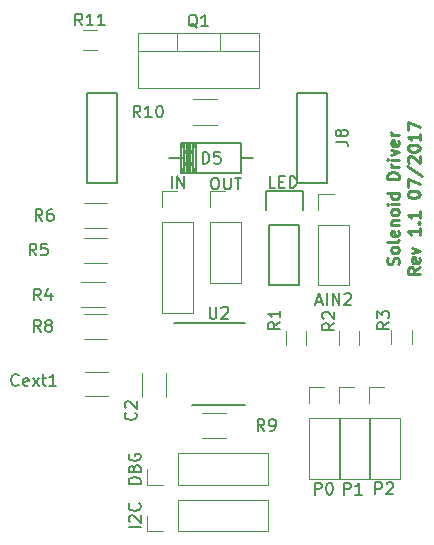
<source format=gbr>
G04 #@! TF.FileFunction,Legend,Top*
%FSLAX46Y46*%
G04 Gerber Fmt 4.6, Leading zero omitted, Abs format (unit mm)*
G04 Created by KiCad (PCBNEW 4.0.6) date Saturday, July 01, 2017 'AMt' 11:58:48 AM*
%MOMM*%
%LPD*%
G01*
G04 APERTURE LIST*
%ADD10C,0.100000*%
%ADD11C,0.250000*%
%ADD12C,0.150000*%
%ADD13C,0.120000*%
G04 APERTURE END LIST*
D10*
D11*
X230263362Y-102040629D02*
X230310981Y-101897772D01*
X230310981Y-101659676D01*
X230263362Y-101564438D01*
X230215743Y-101516819D01*
X230120505Y-101469200D01*
X230025267Y-101469200D01*
X229930029Y-101516819D01*
X229882410Y-101564438D01*
X229834790Y-101659676D01*
X229787171Y-101850153D01*
X229739552Y-101945391D01*
X229691933Y-101993010D01*
X229596695Y-102040629D01*
X229501457Y-102040629D01*
X229406219Y-101993010D01*
X229358600Y-101945391D01*
X229310981Y-101850153D01*
X229310981Y-101612057D01*
X229358600Y-101469200D01*
X230310981Y-100897772D02*
X230263362Y-100993010D01*
X230215743Y-101040629D01*
X230120505Y-101088248D01*
X229834790Y-101088248D01*
X229739552Y-101040629D01*
X229691933Y-100993010D01*
X229644314Y-100897772D01*
X229644314Y-100754914D01*
X229691933Y-100659676D01*
X229739552Y-100612057D01*
X229834790Y-100564438D01*
X230120505Y-100564438D01*
X230215743Y-100612057D01*
X230263362Y-100659676D01*
X230310981Y-100754914D01*
X230310981Y-100897772D01*
X230310981Y-99993010D02*
X230263362Y-100088248D01*
X230168124Y-100135867D01*
X229310981Y-100135867D01*
X230263362Y-99231104D02*
X230310981Y-99326342D01*
X230310981Y-99516819D01*
X230263362Y-99612057D01*
X230168124Y-99659676D01*
X229787171Y-99659676D01*
X229691933Y-99612057D01*
X229644314Y-99516819D01*
X229644314Y-99326342D01*
X229691933Y-99231104D01*
X229787171Y-99183485D01*
X229882410Y-99183485D01*
X229977648Y-99659676D01*
X229644314Y-98754914D02*
X230310981Y-98754914D01*
X229739552Y-98754914D02*
X229691933Y-98707295D01*
X229644314Y-98612057D01*
X229644314Y-98469199D01*
X229691933Y-98373961D01*
X229787171Y-98326342D01*
X230310981Y-98326342D01*
X230310981Y-97707295D02*
X230263362Y-97802533D01*
X230215743Y-97850152D01*
X230120505Y-97897771D01*
X229834790Y-97897771D01*
X229739552Y-97850152D01*
X229691933Y-97802533D01*
X229644314Y-97707295D01*
X229644314Y-97564437D01*
X229691933Y-97469199D01*
X229739552Y-97421580D01*
X229834790Y-97373961D01*
X230120505Y-97373961D01*
X230215743Y-97421580D01*
X230263362Y-97469199D01*
X230310981Y-97564437D01*
X230310981Y-97707295D01*
X230310981Y-96945390D02*
X229644314Y-96945390D01*
X229310981Y-96945390D02*
X229358600Y-96993009D01*
X229406219Y-96945390D01*
X229358600Y-96897771D01*
X229310981Y-96945390D01*
X229406219Y-96945390D01*
X230310981Y-96040628D02*
X229310981Y-96040628D01*
X230263362Y-96040628D02*
X230310981Y-96135866D01*
X230310981Y-96326343D01*
X230263362Y-96421581D01*
X230215743Y-96469200D01*
X230120505Y-96516819D01*
X229834790Y-96516819D01*
X229739552Y-96469200D01*
X229691933Y-96421581D01*
X229644314Y-96326343D01*
X229644314Y-96135866D01*
X229691933Y-96040628D01*
X230310981Y-94802533D02*
X229310981Y-94802533D01*
X229310981Y-94564438D01*
X229358600Y-94421580D01*
X229453838Y-94326342D01*
X229549076Y-94278723D01*
X229739552Y-94231104D01*
X229882410Y-94231104D01*
X230072886Y-94278723D01*
X230168124Y-94326342D01*
X230263362Y-94421580D01*
X230310981Y-94564438D01*
X230310981Y-94802533D01*
X230310981Y-93802533D02*
X229644314Y-93802533D01*
X229834790Y-93802533D02*
X229739552Y-93754914D01*
X229691933Y-93707295D01*
X229644314Y-93612057D01*
X229644314Y-93516818D01*
X230310981Y-93183485D02*
X229644314Y-93183485D01*
X229310981Y-93183485D02*
X229358600Y-93231104D01*
X229406219Y-93183485D01*
X229358600Y-93135866D01*
X229310981Y-93183485D01*
X229406219Y-93183485D01*
X229644314Y-92802533D02*
X230310981Y-92564438D01*
X229644314Y-92326342D01*
X230263362Y-91564437D02*
X230310981Y-91659675D01*
X230310981Y-91850152D01*
X230263362Y-91945390D01*
X230168124Y-91993009D01*
X229787171Y-91993009D01*
X229691933Y-91945390D01*
X229644314Y-91850152D01*
X229644314Y-91659675D01*
X229691933Y-91564437D01*
X229787171Y-91516818D01*
X229882410Y-91516818D01*
X229977648Y-91993009D01*
X230310981Y-91088247D02*
X229644314Y-91088247D01*
X229834790Y-91088247D02*
X229739552Y-91040628D01*
X229691933Y-90993009D01*
X229644314Y-90897771D01*
X229644314Y-90802532D01*
X232060981Y-102302533D02*
X231584790Y-102635867D01*
X232060981Y-102873962D02*
X231060981Y-102873962D01*
X231060981Y-102493009D01*
X231108600Y-102397771D01*
X231156219Y-102350152D01*
X231251457Y-102302533D01*
X231394314Y-102302533D01*
X231489552Y-102350152D01*
X231537171Y-102397771D01*
X231584790Y-102493009D01*
X231584790Y-102873962D01*
X232013362Y-101493009D02*
X232060981Y-101588247D01*
X232060981Y-101778724D01*
X232013362Y-101873962D01*
X231918124Y-101921581D01*
X231537171Y-101921581D01*
X231441933Y-101873962D01*
X231394314Y-101778724D01*
X231394314Y-101588247D01*
X231441933Y-101493009D01*
X231537171Y-101445390D01*
X231632410Y-101445390D01*
X231727648Y-101921581D01*
X231394314Y-101112057D02*
X232060981Y-100873962D01*
X231394314Y-100635866D01*
X232060981Y-98969199D02*
X232060981Y-99540628D01*
X232060981Y-99254914D02*
X231060981Y-99254914D01*
X231203838Y-99350152D01*
X231299076Y-99445390D01*
X231346695Y-99540628D01*
X231965743Y-98540628D02*
X232013362Y-98493009D01*
X232060981Y-98540628D01*
X232013362Y-98588247D01*
X231965743Y-98540628D01*
X232060981Y-98540628D01*
X232060981Y-97540628D02*
X232060981Y-98112057D01*
X232060981Y-97826343D02*
X231060981Y-97826343D01*
X231203838Y-97921581D01*
X231299076Y-98016819D01*
X231346695Y-98112057D01*
X231060981Y-96159676D02*
X231060981Y-96064437D01*
X231108600Y-95969199D01*
X231156219Y-95921580D01*
X231251457Y-95873961D01*
X231441933Y-95826342D01*
X231680029Y-95826342D01*
X231870505Y-95873961D01*
X231965743Y-95921580D01*
X232013362Y-95969199D01*
X232060981Y-96064437D01*
X232060981Y-96159676D01*
X232013362Y-96254914D01*
X231965743Y-96302533D01*
X231870505Y-96350152D01*
X231680029Y-96397771D01*
X231441933Y-96397771D01*
X231251457Y-96350152D01*
X231156219Y-96302533D01*
X231108600Y-96254914D01*
X231060981Y-96159676D01*
X231060981Y-95493009D02*
X231060981Y-94826342D01*
X232060981Y-95254914D01*
X231013362Y-93731104D02*
X232299076Y-94588247D01*
X231156219Y-93445390D02*
X231108600Y-93397771D01*
X231060981Y-93302533D01*
X231060981Y-93064437D01*
X231108600Y-92969199D01*
X231156219Y-92921580D01*
X231251457Y-92873961D01*
X231346695Y-92873961D01*
X231489552Y-92921580D01*
X232060981Y-93493009D01*
X232060981Y-92873961D01*
X231060981Y-92254914D02*
X231060981Y-92159675D01*
X231108600Y-92064437D01*
X231156219Y-92016818D01*
X231251457Y-91969199D01*
X231441933Y-91921580D01*
X231680029Y-91921580D01*
X231870505Y-91969199D01*
X231965743Y-92016818D01*
X232013362Y-92064437D01*
X232060981Y-92159675D01*
X232060981Y-92254914D01*
X232013362Y-92350152D01*
X231965743Y-92397771D01*
X231870505Y-92445390D01*
X231680029Y-92493009D01*
X231441933Y-92493009D01*
X231251457Y-92445390D01*
X231156219Y-92397771D01*
X231108600Y-92350152D01*
X231060981Y-92254914D01*
X232060981Y-90969199D02*
X232060981Y-91540628D01*
X232060981Y-91254914D02*
X231060981Y-91254914D01*
X231203838Y-91350152D01*
X231299076Y-91445390D01*
X231346695Y-91540628D01*
X231060981Y-90635866D02*
X231060981Y-89969199D01*
X232060981Y-90397771D01*
D12*
X212815000Y-113944000D02*
X217265000Y-113944000D01*
X211290000Y-107044000D02*
X217265000Y-107044000D01*
D13*
X208580800Y-111236000D02*
X208580800Y-113236000D01*
X210620800Y-113236000D02*
X210620800Y-111236000D01*
X203692000Y-113161000D02*
X205692000Y-113161000D01*
X205692000Y-111121000D02*
X203692000Y-111121000D01*
D12*
X216916000Y-93037660D02*
X217932000Y-93037660D01*
X212090000Y-93037660D02*
X210820000Y-93037660D01*
X212344000Y-91767660D02*
X212344000Y-94307660D01*
X212598000Y-91767660D02*
X212598000Y-94307660D01*
X212852000Y-91767660D02*
X212852000Y-94307660D01*
X212090000Y-91767660D02*
X212090000Y-94307660D01*
X213106000Y-91767660D02*
X211836000Y-94307660D01*
X211836000Y-91767660D02*
X213106000Y-94307660D01*
X213106000Y-91767660D02*
X213106000Y-94307660D01*
X212471000Y-91767660D02*
X212471000Y-94307660D01*
X211836000Y-94307660D02*
X211836000Y-91767660D01*
X211836000Y-91767660D02*
X216916000Y-91767660D01*
X216916000Y-91767660D02*
X216916000Y-94307660D01*
X216916000Y-94307660D02*
X211836000Y-94307660D01*
D13*
X223460000Y-98679000D02*
X223460000Y-103819000D01*
X223460000Y-103819000D02*
X226120000Y-103819000D01*
X226120000Y-103819000D02*
X226120000Y-98679000D01*
X226120000Y-98679000D02*
X223460000Y-98679000D01*
X223460000Y-97409000D02*
X223460000Y-96079000D01*
X223460000Y-96079000D02*
X224790000Y-96079000D01*
X222672600Y-115062000D02*
X222672600Y-120202000D01*
X222672600Y-120202000D02*
X225332600Y-120202000D01*
X225332600Y-120202000D02*
X225332600Y-115062000D01*
X225332600Y-115062000D02*
X222672600Y-115062000D01*
X222672600Y-113792000D02*
X222672600Y-112462000D01*
X222672600Y-112462000D02*
X224002600Y-112462000D01*
X225212600Y-115062000D02*
X225212600Y-120202000D01*
X225212600Y-120202000D02*
X227872600Y-120202000D01*
X227872600Y-120202000D02*
X227872600Y-115062000D01*
X227872600Y-115062000D02*
X225212600Y-115062000D01*
X225212600Y-113792000D02*
X225212600Y-112462000D01*
X225212600Y-112462000D02*
X226542600Y-112462000D01*
X227752600Y-115062000D02*
X227752600Y-120202000D01*
X227752600Y-120202000D02*
X230412600Y-120202000D01*
X230412600Y-120202000D02*
X230412600Y-115062000D01*
X230412600Y-115062000D02*
X227752600Y-115062000D01*
X227752600Y-113792000D02*
X227752600Y-112462000D01*
X227752600Y-112462000D02*
X229082600Y-112462000D01*
X214290600Y-98450400D02*
X214290600Y-103590400D01*
X214290600Y-103590400D02*
X216950600Y-103590400D01*
X216950600Y-103590400D02*
X216950600Y-98450400D01*
X216950600Y-98450400D02*
X214290600Y-98450400D01*
X214290600Y-97180400D02*
X214290600Y-95850400D01*
X214290600Y-95850400D02*
X215620600Y-95850400D01*
X210226600Y-98450400D02*
X210226600Y-106130400D01*
X210226600Y-106130400D02*
X212886600Y-106130400D01*
X212886600Y-106130400D02*
X212886600Y-98450400D01*
X212886600Y-98450400D02*
X210226600Y-98450400D01*
X210226600Y-97180400D02*
X210226600Y-95850400D01*
X210226600Y-95850400D02*
X211556600Y-95850400D01*
D12*
X219329000Y-98679000D02*
X219329000Y-103759000D01*
X219329000Y-103759000D02*
X221869000Y-103759000D01*
X221869000Y-103759000D02*
X221869000Y-98679000D01*
X222149000Y-95859000D02*
X222149000Y-97409000D01*
X221869000Y-98679000D02*
X219329000Y-98679000D01*
X219049000Y-97409000D02*
X219049000Y-95859000D01*
X219049000Y-95859000D02*
X222149000Y-95859000D01*
X221694200Y-87503000D02*
X224234200Y-87503000D01*
X224234200Y-87503000D02*
X224234200Y-95123000D01*
X224234200Y-95123000D02*
X221694200Y-95123000D01*
X221694200Y-95123000D02*
X221694200Y-87503000D01*
X203914200Y-87503000D02*
X206454200Y-87503000D01*
X206454200Y-87503000D02*
X206454200Y-95123000D01*
X206454200Y-95123000D02*
X203914200Y-95123000D01*
X203914200Y-95123000D02*
X203914200Y-87503000D01*
D13*
X211582000Y-124647000D02*
X219262000Y-124647000D01*
X219262000Y-124647000D02*
X219262000Y-121987000D01*
X219262000Y-121987000D02*
X211582000Y-121987000D01*
X211582000Y-121987000D02*
X211582000Y-124647000D01*
X210312000Y-124647000D02*
X208982000Y-124647000D01*
X208982000Y-124647000D02*
X208982000Y-123317000D01*
X211582000Y-120710000D02*
X219262000Y-120710000D01*
X219262000Y-120710000D02*
X219262000Y-118050000D01*
X219262000Y-118050000D02*
X211582000Y-118050000D01*
X211582000Y-118050000D02*
X211582000Y-120710000D01*
X210312000Y-120710000D02*
X208982000Y-120710000D01*
X208982000Y-120710000D02*
X208982000Y-119380000D01*
X208214600Y-82444600D02*
X218454600Y-82444600D01*
X208214600Y-87085600D02*
X218454600Y-87085600D01*
X208214600Y-82444600D02*
X208214600Y-87085600D01*
X218454600Y-82444600D02*
X218454600Y-87085600D01*
X208214600Y-83954600D02*
X218454600Y-83954600D01*
X211484600Y-82444600D02*
X211484600Y-83954600D01*
X215185600Y-82444600D02*
X215185600Y-83954600D01*
X220709600Y-108851000D02*
X220709600Y-107651000D01*
X222469600Y-107651000D02*
X222469600Y-108851000D01*
X225205400Y-108858600D02*
X225205400Y-107658600D01*
X226965400Y-107658600D02*
X226965400Y-108858600D01*
X229675800Y-108825600D02*
X229675800Y-107625600D01*
X231435800Y-107625600D02*
X231435800Y-108825600D01*
X205425800Y-105667200D02*
X203425800Y-105667200D01*
X203425800Y-103527200D02*
X205425800Y-103527200D01*
X205629000Y-101958800D02*
X203629000Y-101958800D01*
X203629000Y-99818800D02*
X205629000Y-99818800D01*
X205629000Y-98961600D02*
X203629000Y-98961600D01*
X203629000Y-96821600D02*
X205629000Y-96821600D01*
X205629000Y-108385000D02*
X203629000Y-108385000D01*
X203629000Y-106245000D02*
X205629000Y-106245000D01*
X215662000Y-116767000D02*
X213662000Y-116767000D01*
X213662000Y-114627000D02*
X215662000Y-114627000D01*
X212912200Y-88084000D02*
X214912200Y-88084000D01*
X214912200Y-90224000D02*
X212912200Y-90224000D01*
X204736000Y-83938000D02*
X203536000Y-83938000D01*
X203536000Y-82178000D02*
X204736000Y-82178000D01*
D12*
X214278095Y-105646381D02*
X214278095Y-106455905D01*
X214325714Y-106551143D01*
X214373333Y-106598762D01*
X214468571Y-106646381D01*
X214659048Y-106646381D01*
X214754286Y-106598762D01*
X214801905Y-106551143D01*
X214849524Y-106455905D01*
X214849524Y-105646381D01*
X215278095Y-105741619D02*
X215325714Y-105694000D01*
X215420952Y-105646381D01*
X215659048Y-105646381D01*
X215754286Y-105694000D01*
X215801905Y-105741619D01*
X215849524Y-105836857D01*
X215849524Y-105932095D01*
X215801905Y-106074952D01*
X215230476Y-106646381D01*
X215849524Y-106646381D01*
X208002143Y-114593666D02*
X208049762Y-114641285D01*
X208097381Y-114784142D01*
X208097381Y-114879380D01*
X208049762Y-115022238D01*
X207954524Y-115117476D01*
X207859286Y-115165095D01*
X207668810Y-115212714D01*
X207525952Y-115212714D01*
X207335476Y-115165095D01*
X207240238Y-115117476D01*
X207145000Y-115022238D01*
X207097381Y-114879380D01*
X207097381Y-114784142D01*
X207145000Y-114641285D01*
X207192619Y-114593666D01*
X207192619Y-114212714D02*
X207145000Y-114165095D01*
X207097381Y-114069857D01*
X207097381Y-113831761D01*
X207145000Y-113736523D01*
X207192619Y-113688904D01*
X207287857Y-113641285D01*
X207383095Y-113641285D01*
X207525952Y-113688904D01*
X208097381Y-114260333D01*
X208097381Y-113641285D01*
X198104286Y-112244143D02*
X198056667Y-112291762D01*
X197913810Y-112339381D01*
X197818572Y-112339381D01*
X197675714Y-112291762D01*
X197580476Y-112196524D01*
X197532857Y-112101286D01*
X197485238Y-111910810D01*
X197485238Y-111767952D01*
X197532857Y-111577476D01*
X197580476Y-111482238D01*
X197675714Y-111387000D01*
X197818572Y-111339381D01*
X197913810Y-111339381D01*
X198056667Y-111387000D01*
X198104286Y-111434619D01*
X198913810Y-112291762D02*
X198818572Y-112339381D01*
X198628095Y-112339381D01*
X198532857Y-112291762D01*
X198485238Y-112196524D01*
X198485238Y-111815571D01*
X198532857Y-111720333D01*
X198628095Y-111672714D01*
X198818572Y-111672714D01*
X198913810Y-111720333D01*
X198961429Y-111815571D01*
X198961429Y-111910810D01*
X198485238Y-112006048D01*
X199294762Y-112339381D02*
X199818572Y-111672714D01*
X199294762Y-111672714D02*
X199818572Y-112339381D01*
X200056667Y-111672714D02*
X200437619Y-111672714D01*
X200199524Y-111339381D02*
X200199524Y-112196524D01*
X200247143Y-112291762D01*
X200342381Y-112339381D01*
X200437619Y-112339381D01*
X201294763Y-112339381D02*
X200723334Y-112339381D01*
X201009048Y-112339381D02*
X201009048Y-111339381D01*
X200913810Y-111482238D01*
X200818572Y-111577476D01*
X200723334Y-111625095D01*
X213688705Y-93517981D02*
X213688705Y-92517981D01*
X213926800Y-92517981D01*
X214069658Y-92565600D01*
X214164896Y-92660838D01*
X214212515Y-92756076D01*
X214260134Y-92946552D01*
X214260134Y-93089410D01*
X214212515Y-93279886D01*
X214164896Y-93375124D01*
X214069658Y-93470362D01*
X213926800Y-93517981D01*
X213688705Y-93517981D01*
X215164896Y-92517981D02*
X214688705Y-92517981D01*
X214641086Y-92994171D01*
X214688705Y-92946552D01*
X214783943Y-92898933D01*
X215022039Y-92898933D01*
X215117277Y-92946552D01*
X215164896Y-92994171D01*
X215212515Y-93089410D01*
X215212515Y-93327505D01*
X215164896Y-93422743D01*
X215117277Y-93470362D01*
X215022039Y-93517981D01*
X214783943Y-93517981D01*
X214688705Y-93470362D01*
X214641086Y-93422743D01*
X223313810Y-105195667D02*
X223790001Y-105195667D01*
X223218572Y-105481381D02*
X223551905Y-104481381D01*
X223885239Y-105481381D01*
X224218572Y-105481381D02*
X224218572Y-104481381D01*
X224694762Y-105481381D02*
X224694762Y-104481381D01*
X225266191Y-105481381D01*
X225266191Y-104481381D01*
X225694762Y-104576619D02*
X225742381Y-104529000D01*
X225837619Y-104481381D01*
X226075715Y-104481381D01*
X226170953Y-104529000D01*
X226218572Y-104576619D01*
X226266191Y-104671857D01*
X226266191Y-104767095D01*
X226218572Y-104909952D01*
X225647143Y-105481381D01*
X226266191Y-105481381D01*
X223188305Y-121534181D02*
X223188305Y-120534181D01*
X223569258Y-120534181D01*
X223664496Y-120581800D01*
X223712115Y-120629419D01*
X223759734Y-120724657D01*
X223759734Y-120867514D01*
X223712115Y-120962752D01*
X223664496Y-121010371D01*
X223569258Y-121057990D01*
X223188305Y-121057990D01*
X224378781Y-120534181D02*
X224474020Y-120534181D01*
X224569258Y-120581800D01*
X224616877Y-120629419D01*
X224664496Y-120724657D01*
X224712115Y-120915133D01*
X224712115Y-121153229D01*
X224664496Y-121343705D01*
X224616877Y-121438943D01*
X224569258Y-121486562D01*
X224474020Y-121534181D01*
X224378781Y-121534181D01*
X224283543Y-121486562D01*
X224235924Y-121438943D01*
X224188305Y-121343705D01*
X224140686Y-121153229D01*
X224140686Y-120915133D01*
X224188305Y-120724657D01*
X224235924Y-120629419D01*
X224283543Y-120581800D01*
X224378781Y-120534181D01*
X225677505Y-121534181D02*
X225677505Y-120534181D01*
X226058458Y-120534181D01*
X226153696Y-120581800D01*
X226201315Y-120629419D01*
X226248934Y-120724657D01*
X226248934Y-120867514D01*
X226201315Y-120962752D01*
X226153696Y-121010371D01*
X226058458Y-121057990D01*
X225677505Y-121057990D01*
X227201315Y-121534181D02*
X226629886Y-121534181D01*
X226915600Y-121534181D02*
X226915600Y-120534181D01*
X226820362Y-120677038D01*
X226725124Y-120772276D01*
X226629886Y-120819895D01*
X228319105Y-121508781D02*
X228319105Y-120508781D01*
X228700058Y-120508781D01*
X228795296Y-120556400D01*
X228842915Y-120604019D01*
X228890534Y-120699257D01*
X228890534Y-120842114D01*
X228842915Y-120937352D01*
X228795296Y-120984971D01*
X228700058Y-121032590D01*
X228319105Y-121032590D01*
X229271486Y-120604019D02*
X229319105Y-120556400D01*
X229414343Y-120508781D01*
X229652439Y-120508781D01*
X229747677Y-120556400D01*
X229795296Y-120604019D01*
X229842915Y-120699257D01*
X229842915Y-120794495D01*
X229795296Y-120937352D01*
X229223867Y-121508781D01*
X229842915Y-121508781D01*
X214646000Y-94702381D02*
X214836477Y-94702381D01*
X214931715Y-94750000D01*
X215026953Y-94845238D01*
X215074572Y-95035714D01*
X215074572Y-95369048D01*
X215026953Y-95559524D01*
X214931715Y-95654762D01*
X214836477Y-95702381D01*
X214646000Y-95702381D01*
X214550762Y-95654762D01*
X214455524Y-95559524D01*
X214407905Y-95369048D01*
X214407905Y-95035714D01*
X214455524Y-94845238D01*
X214550762Y-94750000D01*
X214646000Y-94702381D01*
X215503143Y-94702381D02*
X215503143Y-95511905D01*
X215550762Y-95607143D01*
X215598381Y-95654762D01*
X215693619Y-95702381D01*
X215884096Y-95702381D01*
X215979334Y-95654762D01*
X216026953Y-95607143D01*
X216074572Y-95511905D01*
X216074572Y-94702381D01*
X216407905Y-94702381D02*
X216979334Y-94702381D01*
X216693619Y-95702381D02*
X216693619Y-94702381D01*
X211058191Y-95575381D02*
X211058191Y-94575381D01*
X211534381Y-95575381D02*
X211534381Y-94575381D01*
X212105810Y-95575381D01*
X212105810Y-94575381D01*
X219829143Y-95575381D02*
X219352952Y-95575381D01*
X219352952Y-94575381D01*
X220162476Y-95051571D02*
X220495810Y-95051571D01*
X220638667Y-95575381D02*
X220162476Y-95575381D01*
X220162476Y-94575381D01*
X220638667Y-94575381D01*
X221067238Y-95575381D02*
X221067238Y-94575381D01*
X221305333Y-94575381D01*
X221448191Y-94623000D01*
X221543429Y-94718238D01*
X221591048Y-94813476D01*
X221638667Y-95003952D01*
X221638667Y-95146810D01*
X221591048Y-95337286D01*
X221543429Y-95432524D01*
X221448191Y-95527762D01*
X221305333Y-95575381D01*
X221067238Y-95575381D01*
X224956581Y-91646333D02*
X225670867Y-91646333D01*
X225813724Y-91693953D01*
X225908962Y-91789191D01*
X225956581Y-91932048D01*
X225956581Y-92027286D01*
X225385152Y-91027286D02*
X225337533Y-91122524D01*
X225289914Y-91170143D01*
X225194676Y-91217762D01*
X225147057Y-91217762D01*
X225051819Y-91170143D01*
X225004200Y-91122524D01*
X224956581Y-91027286D01*
X224956581Y-90836809D01*
X225004200Y-90741571D01*
X225051819Y-90693952D01*
X225147057Y-90646333D01*
X225194676Y-90646333D01*
X225289914Y-90693952D01*
X225337533Y-90741571D01*
X225385152Y-90836809D01*
X225385152Y-91027286D01*
X225432771Y-91122524D01*
X225480390Y-91170143D01*
X225575629Y-91217762D01*
X225766105Y-91217762D01*
X225861343Y-91170143D01*
X225908962Y-91122524D01*
X225956581Y-91027286D01*
X225956581Y-90836809D01*
X225908962Y-90741571D01*
X225861343Y-90693952D01*
X225766105Y-90646333D01*
X225575629Y-90646333D01*
X225480390Y-90693952D01*
X225432771Y-90741571D01*
X225385152Y-90836809D01*
X208434381Y-124293190D02*
X207434381Y-124293190D01*
X207529619Y-123864619D02*
X207482000Y-123817000D01*
X207434381Y-123721762D01*
X207434381Y-123483666D01*
X207482000Y-123388428D01*
X207529619Y-123340809D01*
X207624857Y-123293190D01*
X207720095Y-123293190D01*
X207862952Y-123340809D01*
X208434381Y-123912238D01*
X208434381Y-123293190D01*
X208339143Y-122293190D02*
X208386762Y-122340809D01*
X208434381Y-122483666D01*
X208434381Y-122578904D01*
X208386762Y-122721762D01*
X208291524Y-122817000D01*
X208196286Y-122864619D01*
X208005810Y-122912238D01*
X207862952Y-122912238D01*
X207672476Y-122864619D01*
X207577238Y-122817000D01*
X207482000Y-122721762D01*
X207434381Y-122578904D01*
X207434381Y-122483666D01*
X207482000Y-122340809D01*
X207529619Y-122293190D01*
X208434381Y-120641905D02*
X207434381Y-120641905D01*
X207434381Y-120403810D01*
X207482000Y-120260952D01*
X207577238Y-120165714D01*
X207672476Y-120118095D01*
X207862952Y-120070476D01*
X208005810Y-120070476D01*
X208196286Y-120118095D01*
X208291524Y-120165714D01*
X208386762Y-120260952D01*
X208434381Y-120403810D01*
X208434381Y-120641905D01*
X207910571Y-119308571D02*
X207958190Y-119165714D01*
X208005810Y-119118095D01*
X208101048Y-119070476D01*
X208243905Y-119070476D01*
X208339143Y-119118095D01*
X208386762Y-119165714D01*
X208434381Y-119260952D01*
X208434381Y-119641905D01*
X207434381Y-119641905D01*
X207434381Y-119308571D01*
X207482000Y-119213333D01*
X207529619Y-119165714D01*
X207624857Y-119118095D01*
X207720095Y-119118095D01*
X207815333Y-119165714D01*
X207862952Y-119213333D01*
X207910571Y-119308571D01*
X207910571Y-119641905D01*
X207482000Y-118118095D02*
X207434381Y-118213333D01*
X207434381Y-118356190D01*
X207482000Y-118499048D01*
X207577238Y-118594286D01*
X207672476Y-118641905D01*
X207862952Y-118689524D01*
X208005810Y-118689524D01*
X208196286Y-118641905D01*
X208291524Y-118594286D01*
X208386762Y-118499048D01*
X208434381Y-118356190D01*
X208434381Y-118260952D01*
X208386762Y-118118095D01*
X208339143Y-118070476D01*
X208005810Y-118070476D01*
X208005810Y-118260952D01*
X213239362Y-81992219D02*
X213144124Y-81944600D01*
X213048886Y-81849362D01*
X212906029Y-81706505D01*
X212810790Y-81658886D01*
X212715552Y-81658886D01*
X212763171Y-81896981D02*
X212667933Y-81849362D01*
X212572695Y-81754124D01*
X212525076Y-81563648D01*
X212525076Y-81230314D01*
X212572695Y-81039838D01*
X212667933Y-80944600D01*
X212763171Y-80896981D01*
X212953648Y-80896981D01*
X213048886Y-80944600D01*
X213144124Y-81039838D01*
X213191743Y-81230314D01*
X213191743Y-81563648D01*
X213144124Y-81754124D01*
X213048886Y-81849362D01*
X212953648Y-81896981D01*
X212763171Y-81896981D01*
X214144124Y-81896981D02*
X213572695Y-81896981D01*
X213858409Y-81896981D02*
X213858409Y-80896981D01*
X213763171Y-81039838D01*
X213667933Y-81135076D01*
X213572695Y-81182695D01*
X220238581Y-106922866D02*
X219762390Y-107256200D01*
X220238581Y-107494295D02*
X219238581Y-107494295D01*
X219238581Y-107113342D01*
X219286200Y-107018104D01*
X219333819Y-106970485D01*
X219429057Y-106922866D01*
X219571914Y-106922866D01*
X219667152Y-106970485D01*
X219714771Y-107018104D01*
X219762390Y-107113342D01*
X219762390Y-107494295D01*
X220238581Y-105970485D02*
X220238581Y-106541914D01*
X220238581Y-106256200D02*
X219238581Y-106256200D01*
X219381438Y-106351438D01*
X219476676Y-106446676D01*
X219524295Y-106541914D01*
X224835981Y-107024466D02*
X224359790Y-107357800D01*
X224835981Y-107595895D02*
X223835981Y-107595895D01*
X223835981Y-107214942D01*
X223883600Y-107119704D01*
X223931219Y-107072085D01*
X224026457Y-107024466D01*
X224169314Y-107024466D01*
X224264552Y-107072085D01*
X224312171Y-107119704D01*
X224359790Y-107214942D01*
X224359790Y-107595895D01*
X223931219Y-106643514D02*
X223883600Y-106595895D01*
X223835981Y-106500657D01*
X223835981Y-106262561D01*
X223883600Y-106167323D01*
X223931219Y-106119704D01*
X224026457Y-106072085D01*
X224121695Y-106072085D01*
X224264552Y-106119704D01*
X224835981Y-106691133D01*
X224835981Y-106072085D01*
X229458781Y-106948266D02*
X228982590Y-107281600D01*
X229458781Y-107519695D02*
X228458781Y-107519695D01*
X228458781Y-107138742D01*
X228506400Y-107043504D01*
X228554019Y-106995885D01*
X228649257Y-106948266D01*
X228792114Y-106948266D01*
X228887352Y-106995885D01*
X228934971Y-107043504D01*
X228982590Y-107138742D01*
X228982590Y-107519695D01*
X228458781Y-106614933D02*
X228458781Y-105995885D01*
X228839733Y-106329219D01*
X228839733Y-106186361D01*
X228887352Y-106091123D01*
X228934971Y-106043504D01*
X229030210Y-105995885D01*
X229268305Y-105995885D01*
X229363543Y-106043504D01*
X229411162Y-106091123D01*
X229458781Y-106186361D01*
X229458781Y-106472076D01*
X229411162Y-106567314D01*
X229363543Y-106614933D01*
X199985334Y-105100381D02*
X199652000Y-104624190D01*
X199413905Y-105100381D02*
X199413905Y-104100381D01*
X199794858Y-104100381D01*
X199890096Y-104148000D01*
X199937715Y-104195619D01*
X199985334Y-104290857D01*
X199985334Y-104433714D01*
X199937715Y-104528952D01*
X199890096Y-104576571D01*
X199794858Y-104624190D01*
X199413905Y-104624190D01*
X200842477Y-104433714D02*
X200842477Y-105100381D01*
X200604381Y-104052762D02*
X200366286Y-104767048D01*
X200985334Y-104767048D01*
X199604334Y-101290381D02*
X199271000Y-100814190D01*
X199032905Y-101290381D02*
X199032905Y-100290381D01*
X199413858Y-100290381D01*
X199509096Y-100338000D01*
X199556715Y-100385619D01*
X199604334Y-100480857D01*
X199604334Y-100623714D01*
X199556715Y-100718952D01*
X199509096Y-100766571D01*
X199413858Y-100814190D01*
X199032905Y-100814190D01*
X200509096Y-100290381D02*
X200032905Y-100290381D01*
X199985286Y-100766571D01*
X200032905Y-100718952D01*
X200128143Y-100671333D01*
X200366239Y-100671333D01*
X200461477Y-100718952D01*
X200509096Y-100766571D01*
X200556715Y-100861810D01*
X200556715Y-101099905D01*
X200509096Y-101195143D01*
X200461477Y-101242762D01*
X200366239Y-101290381D01*
X200128143Y-101290381D01*
X200032905Y-101242762D01*
X199985286Y-101195143D01*
X200112334Y-98369381D02*
X199779000Y-97893190D01*
X199540905Y-98369381D02*
X199540905Y-97369381D01*
X199921858Y-97369381D01*
X200017096Y-97417000D01*
X200064715Y-97464619D01*
X200112334Y-97559857D01*
X200112334Y-97702714D01*
X200064715Y-97797952D01*
X200017096Y-97845571D01*
X199921858Y-97893190D01*
X199540905Y-97893190D01*
X200969477Y-97369381D02*
X200779000Y-97369381D01*
X200683762Y-97417000D01*
X200636143Y-97464619D01*
X200540905Y-97607476D01*
X200493286Y-97797952D01*
X200493286Y-98178905D01*
X200540905Y-98274143D01*
X200588524Y-98321762D01*
X200683762Y-98369381D01*
X200874239Y-98369381D01*
X200969477Y-98321762D01*
X201017096Y-98274143D01*
X201064715Y-98178905D01*
X201064715Y-97940810D01*
X201017096Y-97845571D01*
X200969477Y-97797952D01*
X200874239Y-97750333D01*
X200683762Y-97750333D01*
X200588524Y-97797952D01*
X200540905Y-97845571D01*
X200493286Y-97940810D01*
X199985334Y-107767381D02*
X199652000Y-107291190D01*
X199413905Y-107767381D02*
X199413905Y-106767381D01*
X199794858Y-106767381D01*
X199890096Y-106815000D01*
X199937715Y-106862619D01*
X199985334Y-106957857D01*
X199985334Y-107100714D01*
X199937715Y-107195952D01*
X199890096Y-107243571D01*
X199794858Y-107291190D01*
X199413905Y-107291190D01*
X200556762Y-107195952D02*
X200461524Y-107148333D01*
X200413905Y-107100714D01*
X200366286Y-107005476D01*
X200366286Y-106957857D01*
X200413905Y-106862619D01*
X200461524Y-106815000D01*
X200556762Y-106767381D01*
X200747239Y-106767381D01*
X200842477Y-106815000D01*
X200890096Y-106862619D01*
X200937715Y-106957857D01*
X200937715Y-107005476D01*
X200890096Y-107100714D01*
X200842477Y-107148333D01*
X200747239Y-107195952D01*
X200556762Y-107195952D01*
X200461524Y-107243571D01*
X200413905Y-107291190D01*
X200366286Y-107386429D01*
X200366286Y-107576905D01*
X200413905Y-107672143D01*
X200461524Y-107719762D01*
X200556762Y-107767381D01*
X200747239Y-107767381D01*
X200842477Y-107719762D01*
X200890096Y-107672143D01*
X200937715Y-107576905D01*
X200937715Y-107386429D01*
X200890096Y-107291190D01*
X200842477Y-107243571D01*
X200747239Y-107195952D01*
X218908334Y-116149381D02*
X218575000Y-115673190D01*
X218336905Y-116149381D02*
X218336905Y-115149381D01*
X218717858Y-115149381D01*
X218813096Y-115197000D01*
X218860715Y-115244619D01*
X218908334Y-115339857D01*
X218908334Y-115482714D01*
X218860715Y-115577952D01*
X218813096Y-115625571D01*
X218717858Y-115673190D01*
X218336905Y-115673190D01*
X219384524Y-116149381D02*
X219575000Y-116149381D01*
X219670239Y-116101762D01*
X219717858Y-116054143D01*
X219813096Y-115911286D01*
X219860715Y-115720810D01*
X219860715Y-115339857D01*
X219813096Y-115244619D01*
X219765477Y-115197000D01*
X219670239Y-115149381D01*
X219479762Y-115149381D01*
X219384524Y-115197000D01*
X219336905Y-115244619D01*
X219289286Y-115339857D01*
X219289286Y-115577952D01*
X219336905Y-115673190D01*
X219384524Y-115720810D01*
X219479762Y-115768429D01*
X219670239Y-115768429D01*
X219765477Y-115720810D01*
X219813096Y-115673190D01*
X219860715Y-115577952D01*
X208424543Y-89606381D02*
X208091209Y-89130190D01*
X207853114Y-89606381D02*
X207853114Y-88606381D01*
X208234067Y-88606381D01*
X208329305Y-88654000D01*
X208376924Y-88701619D01*
X208424543Y-88796857D01*
X208424543Y-88939714D01*
X208376924Y-89034952D01*
X208329305Y-89082571D01*
X208234067Y-89130190D01*
X207853114Y-89130190D01*
X209376924Y-89606381D02*
X208805495Y-89606381D01*
X209091209Y-89606381D02*
X209091209Y-88606381D01*
X208995971Y-88749238D01*
X208900733Y-88844476D01*
X208805495Y-88892095D01*
X209995971Y-88606381D02*
X210091210Y-88606381D01*
X210186448Y-88654000D01*
X210234067Y-88701619D01*
X210281686Y-88796857D01*
X210329305Y-88987333D01*
X210329305Y-89225429D01*
X210281686Y-89415905D01*
X210234067Y-89511143D01*
X210186448Y-89558762D01*
X210091210Y-89606381D01*
X209995971Y-89606381D01*
X209900733Y-89558762D01*
X209853114Y-89511143D01*
X209805495Y-89415905D01*
X209757876Y-89225429D01*
X209757876Y-88987333D01*
X209805495Y-88796857D01*
X209853114Y-88701619D01*
X209900733Y-88654000D01*
X209995971Y-88606381D01*
X203493143Y-81810381D02*
X203159809Y-81334190D01*
X202921714Y-81810381D02*
X202921714Y-80810381D01*
X203302667Y-80810381D01*
X203397905Y-80858000D01*
X203445524Y-80905619D01*
X203493143Y-81000857D01*
X203493143Y-81143714D01*
X203445524Y-81238952D01*
X203397905Y-81286571D01*
X203302667Y-81334190D01*
X202921714Y-81334190D01*
X204445524Y-81810381D02*
X203874095Y-81810381D01*
X204159809Y-81810381D02*
X204159809Y-80810381D01*
X204064571Y-80953238D01*
X203969333Y-81048476D01*
X203874095Y-81096095D01*
X205397905Y-81810381D02*
X204826476Y-81810381D01*
X205112190Y-81810381D02*
X205112190Y-80810381D01*
X205016952Y-80953238D01*
X204921714Y-81048476D01*
X204826476Y-81096095D01*
M02*

</source>
